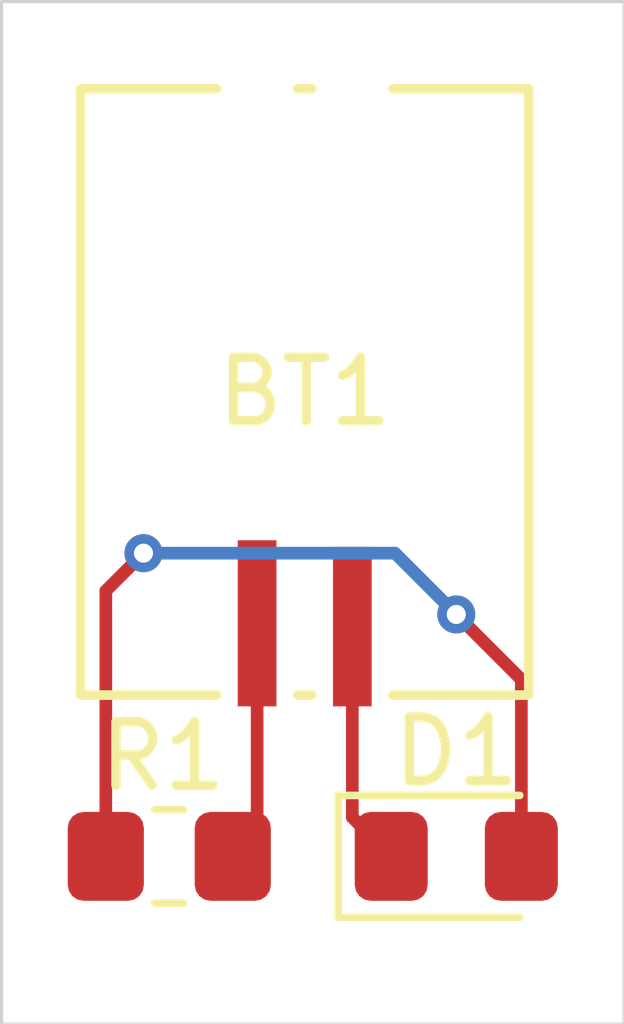
<source format=kicad_pcb>
(kicad_pcb (version 20240108) (generator "pcbnew") (generator_version "8.0")
  (title_block (title "LED DEMO 4") (date "2024-10-28") (rev "1.0") (company "Formula Slug"))
  (layers (0 "F.Cu" signal) (31 "B.Cu" signal) (34 "B.Paste" user) (35 "F.Paste" user) (36 "B.SilkS" user "B.Silkscreen") (37 "F.SilkS" user "F.Silkscreen") (38 "B.Mask" user) (39 "F.Mask" user) (44 "Edge.Cuts" user))
  (net 0 "")
  (net 1 "Net-(BT1--)")
  (net 2 "Net-(BT1-+)")
  (net 3 "Net-(D1-A)")
  (footprint "Resistor_SMD:R_0805_2012Metric_Pad1.20x1.40mm_HandSolder" (layer "F.Cu") (at 135.6868 103.7844 180)
    (property "Reference" "R1" (at 0.1016 1.5748 180) (layer "F.SilkS"))
    (property "Value" "R")
    (fp_line (start -0.227064 0.735) (end 0.227064 0.735) (stroke (width 0.12)) (layer "F.SilkS"))
    (fp_line (start -0.227064 -0.735) (end 0.227064 -0.735) (stroke (width 0.12)) (layer "F.SilkS"))
    (pad "1" smd roundrect (at -1 0 180) (size 1.2 1.4) (layers "F.Cu" "F.Paste" "F.Mask") (roundrect_rratio 0.208333) (net 2 "Net-(BT1-+)"))
    (pad "2" smd roundrect (at 1 0 180) (size 1.2 1.4) (layers "F.Cu" "F.Paste" "F.Mask") (roundrect_rratio 0.208333) (net 3 "Net-(D1-A)"))
  )
  (footprint "FS_3_Global_Footprint_Library:MS621FE-FL11E_SEC" (layer "F.Cu") (at 137.8204 96.4692 90)
    (property "Reference" "BT1" (at 0 0 0) (layer "F.SilkS"))
    (property "Value" "Battery_Cell")
    (fp_line (start 4.7752 -3.5306) (end -4.7752 -3.5306) (stroke (width 0.1524)) (layer "F.SilkS"))
    (fp_line (start -4.7752 -3.5306) (end -4.7752 -1.387541) (stroke (width 0.1524)) (layer "F.SilkS"))
    (fp_line (start 4.7752 -1.387541) (end 4.7752 -3.5306) (stroke (width 0.1524)) (layer "F.SilkS"))
    (fp_line (start -4.7752 -0.112461) (end -4.7752 0.112461) (stroke (width 0.1524)) (layer "F.SilkS"))
    (fp_line (start 4.7752 0.112461) (end 4.7752 -0.112461) (stroke (width 0.1524)) (layer "F.SilkS"))
    (fp_line (start -4.7752 1.387541) (end -4.7752 3.5306) (stroke (width 0.1524)) (layer "F.SilkS"))
    (fp_line (start 4.7752 3.5306) (end 4.7752 1.387541) (stroke (width 0.1524)) (layer "F.SilkS"))
    (fp_line (start -4.7752 3.5306) (end 4.7752 3.5306) (stroke (width 0.1524)) (layer "F.SilkS"))
    (pad "1" smd rect (at -3.6449 -0.750001 90) (size 2.6162 0.6096) (layers "F.Cu" "F.Paste" "F.Mask") (net 2 "Net-(BT1-+)"))
    (pad "2" smd rect (at -3.6957 0.750001 90) (size 2.5146 0.6096) (layers "F.Cu" "F.Paste" "F.Mask") (net 1 "Net-(BT1--)"))
  )
  (footprint "LED_SMD:LED_0805_2012Metric_Pad1.15x1.40mm_HandSolder" (layer "F.Cu") (at 140.208 103.7844)
    (property "Reference" "D1" (at 0 -1.65 0) (layer "F.SilkS"))
    (property "Value" "LED")
    (fp_line (start -1.86 -0.96) (end -1.86 0.96) (stroke (width 0.12)) (layer "F.SilkS"))
    (fp_line (start -1.86 0.96) (end 1 0.96) (stroke (width 0.12)) (layer "F.SilkS"))
    (fp_line (start 1 -0.96) (end -1.86 -0.96) (stroke (width 0.12)) (layer "F.SilkS"))
    (pad "1" smd roundrect (at -1.025 0) (size 1.15 1.4) (layers "F.Cu" "F.Paste" "F.Mask") (roundrect_rratio 0.217391) (net 1 "Net-(BT1--)"))
    (pad "2" smd roundrect (at 1.025 0) (size 1.15 1.4) (layers "F.Cu" "F.Paste" "F.Mask") (roundrect_rratio 0.217391) (net 3 "Net-(D1-A)"))
  )
  (gr_rect (start 133.0452 90.3224) (end 142.8496 106.426) (stroke (width 0.05)) (fill none) (layer "Edge.Cuts"))
  (segment (start 138.570401 100.1649) (end 138.570401 103.171801) (width 0.2) (layer "F.Cu") (net 1))
  (segment (start 138.570401 103.171801) (end 139.183 103.7844) (width 0.2) (layer "F.Cu") (net 1))
  (segment (start 137.070399 103.400801) (end 136.6868 103.7844) (width 0.2) (layer "F.Cu") (net 2))
  (segment (start 137.070399 100.1141) (end 137.070399 103.400801) (width 0.2) (layer "F.Cu") (net 2))
  (segment (start 141.233 100.9994) (end 141.233 103.7844) (width 0.2) (layer "F.Cu") (net 3))
  (segment (start 140.208 99.9744) (end 141.233 100.9994) (width 0.2) (layer "F.Cu") (net 3))
  (segment (start 134.6868 99.6028) (end 135.2804 99.0092) (width 0.2) (layer "F.Cu") (net 3))
  (segment (start 134.6868 103.7844) (end 134.6868 99.6028) (width 0.2) (layer "F.Cu") (net 3))
  (via (at 140.208 99.9744) (size 0.6) (drill 0.3) (layers "F.Cu" "B.Cu") (net 3))
  (via (at 135.2804 99.0092) (size 0.6) (drill 0.3) (layers "F.Cu" "B.Cu") (net 3))
  (segment (start 135.2804 99.0092) (end 139.2428 99.0092) (width 0.2) (layer "B.Cu") (net 3))
  (segment (start 139.2428 99.0092) (end 140.208 99.9744) (width 0.2) (layer "B.Cu") (net 3))
)
</source>
